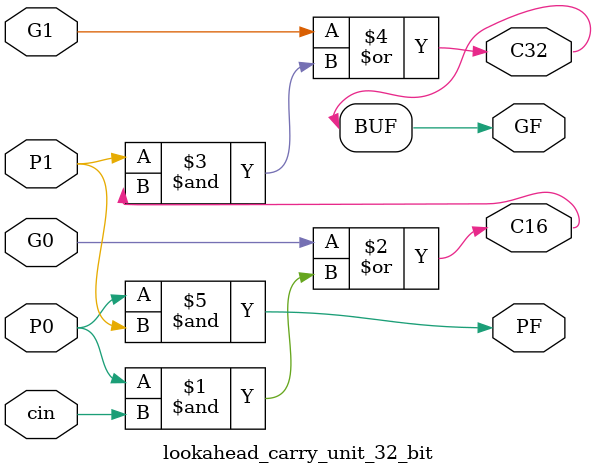
<source format=v>
module CLA_4bit(a, b, cin, sum, cout);
    input [3:0] a;
    input [3:0] b;
    input cin;

    wire [3:0] g;
    wire [3:0] p;
    wire [4:0] carry;

    output [3:0] sum;
    output cout;

    assign carry[0] = cin; // connecting cin to the carry of 0
    assign cout = carry[4]; // connecting cout to the final

    generate
    genvar i;
        for (i = 0; i < 4; i = i + 1) begin
            assign g[i] = a[i] & b[i];
            assign p[i] = a[i] ^ b[i];
        end
    endgenerate

    assign carry[1] = g[0] | cin & p[0];
    assign carry[2] = g[0] & p[1] | g[1] | cin & p[0] & p[1];
    assign carry[3] = g[0] & p[1] & p[2] | g[1] & p[2] | g[2] | cin & p[0] & p[1] & p[2];
    assign carry[4] = g[0] & p[1] & p[2] & p[3] | g[1] & p[2] & p[3] | g[2] & p[3] | g[3] | cin & p[0] & p[1] & p[2] & p[3];
    
    generate
    genvar j;
        for (j = 0; j < 4; j = j + 1) begin
            assign sum[j] = p[j] ^ carry[j];
        end
    endgenerate
    
endmodule


module CLA_4bit_P_G(a, b, cin, sum, P, G);
    
    input wire [3:0] a;
    input wire [3:0] b;
    input wire cin;
    
    wire [3:0] g;
    wire [3:0] p;


    output wire [3:0] sum;
    
    wire cout;

    output wire P;
    output wire G;

    
    CLA_4bit cla(.a(a), .b(b), .cin(cin), .sum(sum), .cout(cout));

    generate
    genvar i;
        for (i = 0; i < 4; i = i + 1) begin
            assign g[i] = a[i] & b[i];
            assign p[i] = a[i] ^ b[i];
        end
    endgenerate

    assign P = p[0] & p[1] & p[2] & p[3];
    assign G = cout;

endmodule


module lookahead_carry_unit_16_bit(P0, G0, P1, G1, P2, G2, P3, G3, cin, C4, C8, C12, C16, GF, PF);

    input P0, G0, P1, G1, P2, G2, P3, G3, cin;
    output C4, C8, C12, C16, GF, PF;
    
    assign C4 = G0 | P0 & cin;
    assign C8 = G1 | P1 & C4;
    assign C12 = G2 | P2 & C8;
    assign C16 = G3 | P3 & C12;

    assign PF = P0 & P1 & P2 & P3;
    assign GF = C16;




endmodule

module CLA_16bit(a, b, cin, sum, cout, Pout, Gout);
    
    input [15:0] a;
    input [15:0] b;
    input cin;

    wire P0, G0, P1, G1, P2, G2, P3, G3;
    wire C4, C8, C12, C16;

    output cout;
    output Pout;
    output Gout;    
    output wire [15:0] sum;

    assign cout = C16;



    CLA_4bit_P_G m1(a[3:0],b[3:0], cin, sum[3:0], P0, G0);

    lookahead_carry_unit_16_bit l1(P0, G0, P1, G1, P2, G2, P3, G3, cin, C4, C8, C12, C16, GF, PF);


    CLA_4bit_P_G m2(a[7:4],b[7:4], C4, sum[7:4], P1, G1);

    lookahead_carry_unit_16_bit l2(P0, G0, P1, G1, P2, G2, P3, G3, cin, C4, C8, C12, C16, GF, PF);


    CLA_4bit_P_G m3(a[11:8],b[11:8], C8, sum[11:8], P2, G2);

    lookahead_carry_unit_16_bit l3(P0, G0, P1, G1, P2, G2, P3, G3, cin, C4, C8, C12, C16, GF, PF);


    CLA_4bit_P_G m4(a[15:12],b[15:12], C12, sum[15:12], P3, G3);

    lookahead_carry_unit_16_bit l4(P0, G0, P1, G1, P2, G2, P3, G3, cin, C4, C8, C12, C16, GF, PF);

    assign Pout = PF;
    assign Gout = GF;


endmodule


module CLA_32bit(a, b, cin, sum, cout, Pout, Gout);

input [31:0] a;
input [31:0] b;
input cin;

wire temp1, temp2;
wire C16, C32;
wire P0, P1, G0, G1;

output [31:0] sum;
output cout;
output Pout;
output Gout;

CLA_16bit a1(.a(a[15:0]), .b(b[15:0]), .cin(cin), .sum(sum[15:0]), .cout(temp1), .Pout(P0), .Gout(G0));
lookahead_carry_unit_32_bit l5(P0, G0, P1, G1, cin, C16, C32, Gout, Pout);

CLA_16bit a2(.a(a[31:16]), .b(b[31:16]), .cin(C16), .sum(sum[31:16]), .cout(temp2), .Pout(P1), .Gout(G1));
lookahead_carry_unit_32_bit l6(P0, G0, P1, G1, cin, C16, C32, Gout, Pout);

assign cout = C32;


endmodule

module lookahead_carry_unit_32_bit (P0, G0, P1, G1, cin, C16, C32, GF, PF);

input P0, G0, P1, G1, cin;

output C16, C32, GF, PF;

assign C16 = G0 | P0 & cin;
assign C32 = G1 | P1 & C16;

assign PF = P0 & P1;
assign GF = C32;

endmodule


</source>
